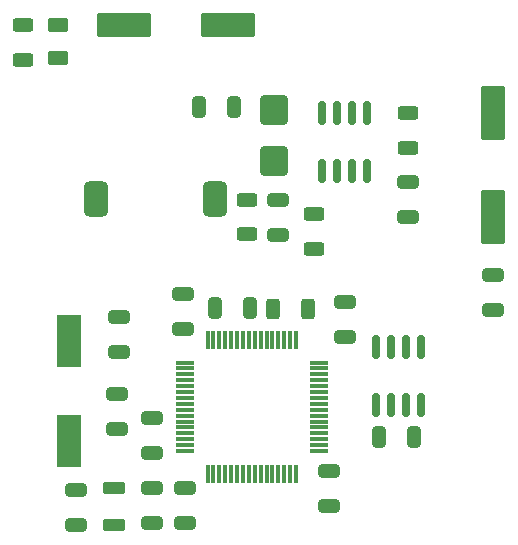
<source format=gbr>
%TF.GenerationSoftware,KiCad,Pcbnew,8.0.1*%
%TF.CreationDate,2025-05-19T10:21:45+02:00*%
%TF.ProjectId,stm32f103 board,73746d33-3266-4313-9033-20626f617264,rev?*%
%TF.SameCoordinates,Original*%
%TF.FileFunction,Paste,Top*%
%TF.FilePolarity,Positive*%
%FSLAX46Y46*%
G04 Gerber Fmt 4.6, Leading zero omitted, Abs format (unit mm)*
G04 Created by KiCad (PCBNEW 8.0.1) date 2025-05-19 10:21:45*
%MOMM*%
%LPD*%
G01*
G04 APERTURE LIST*
G04 Aperture macros list*
%AMRoundRect*
0 Rectangle with rounded corners*
0 $1 Rounding radius*
0 $2 $3 $4 $5 $6 $7 $8 $9 X,Y pos of 4 corners*
0 Add a 4 corners polygon primitive as box body*
4,1,4,$2,$3,$4,$5,$6,$7,$8,$9,$2,$3,0*
0 Add four circle primitives for the rounded corners*
1,1,$1+$1,$2,$3*
1,1,$1+$1,$4,$5*
1,1,$1+$1,$6,$7*
1,1,$1+$1,$8,$9*
0 Add four rect primitives between the rounded corners*
20,1,$1+$1,$2,$3,$4,$5,0*
20,1,$1+$1,$4,$5,$6,$7,0*
20,1,$1+$1,$6,$7,$8,$9,0*
20,1,$1+$1,$8,$9,$2,$3,0*%
G04 Aperture macros list end*
%ADD10RoundRect,0.250000X-0.312500X-0.625000X0.312500X-0.625000X0.312500X0.625000X-0.312500X0.625000X0*%
%ADD11RoundRect,0.250000X0.650000X-0.325000X0.650000X0.325000X-0.650000X0.325000X-0.650000X-0.325000X0*%
%ADD12RoundRect,0.250000X0.325000X0.650000X-0.325000X0.650000X-0.325000X-0.650000X0.325000X-0.650000X0*%
%ADD13RoundRect,0.250000X-0.650000X0.325000X-0.650000X-0.325000X0.650000X-0.325000X0.650000X0.325000X0*%
%ADD14RoundRect,0.250000X0.900000X-1.000000X0.900000X1.000000X-0.900000X1.000000X-0.900000X-1.000000X0*%
%ADD15RoundRect,0.250001X0.799999X-2.049999X0.799999X2.049999X-0.799999X2.049999X-0.799999X-2.049999X0*%
%ADD16RoundRect,0.250001X-2.049999X-0.799999X2.049999X-0.799999X2.049999X0.799999X-2.049999X0.799999X0*%
%ADD17RoundRect,0.525000X0.525000X0.975000X-0.525000X0.975000X-0.525000X-0.975000X0.525000X-0.975000X0*%
%ADD18RoundRect,0.075000X-0.700000X-0.075000X0.700000X-0.075000X0.700000X0.075000X-0.700000X0.075000X0*%
%ADD19RoundRect,0.075000X-0.075000X-0.700000X0.075000X-0.700000X0.075000X0.700000X-0.075000X0.700000X0*%
%ADD20RoundRect,0.250000X-0.625000X0.312500X-0.625000X-0.312500X0.625000X-0.312500X0.625000X0.312500X0*%
%ADD21RoundRect,0.250000X-0.325000X-0.650000X0.325000X-0.650000X0.325000X0.650000X-0.325000X0.650000X0*%
%ADD22RoundRect,0.250000X0.625000X-0.375000X0.625000X0.375000X-0.625000X0.375000X-0.625000X-0.375000X0*%
%ADD23RoundRect,0.250000X0.625000X-0.312500X0.625000X0.312500X-0.625000X0.312500X-0.625000X-0.312500X0*%
%ADD24R,2.000000X4.500000*%
%ADD25RoundRect,0.250000X0.700000X-0.275000X0.700000X0.275000X-0.700000X0.275000X-0.700000X-0.275000X0*%
%ADD26RoundRect,0.150000X0.150000X-0.825000X0.150000X0.825000X-0.150000X0.825000X-0.150000X-0.825000X0*%
G04 APERTURE END LIST*
D10*
%TO.C,R5*%
X116775000Y-106280000D03*
X119700000Y-106280000D03*
%TD*%
D11*
%TO.C,C17*%
X109140000Y-107950000D03*
X109140000Y-105000000D03*
%TD*%
D12*
%TO.C,C16*%
X128675000Y-117100000D03*
X125725000Y-117100000D03*
%TD*%
D11*
%TO.C,C14*%
X103670000Y-109950000D03*
X103670000Y-107000000D03*
%TD*%
%TO.C,C6*%
X117200000Y-97075000D03*
X117200000Y-100025000D03*
%TD*%
D13*
%TO.C,C9*%
X122850000Y-105675000D03*
X122850000Y-108625000D03*
%TD*%
D14*
%TO.C,D3*%
X116800000Y-93725000D03*
X116800000Y-89425000D03*
%TD*%
D15*
%TO.C,C1*%
X135400000Y-89700000D03*
X135400000Y-98500000D03*
%TD*%
D16*
%TO.C,C4*%
X104150000Y-82250000D03*
X112950000Y-82250000D03*
%TD*%
D17*
%TO.C,L1*%
X111850000Y-96950000D03*
X101750000Y-96950000D03*
%TD*%
D11*
%TO.C,C8*%
X109275000Y-124375000D03*
X109275000Y-121425000D03*
%TD*%
D13*
%TO.C,C15*%
X103500000Y-113500000D03*
X103500000Y-116450000D03*
%TD*%
D18*
%TO.C,U1*%
X109275000Y-110825000D03*
X109275000Y-111325000D03*
X109275000Y-111825000D03*
X109275000Y-112325000D03*
X109275000Y-112825000D03*
X109275000Y-113325000D03*
X109275000Y-113825000D03*
X109275000Y-114325000D03*
X109275000Y-114825000D03*
X109275000Y-115325000D03*
X109275000Y-115825000D03*
X109275000Y-116325000D03*
X109275000Y-116825000D03*
X109275000Y-117325000D03*
X109275000Y-117825000D03*
X109275000Y-118325000D03*
D19*
X111200000Y-120250000D03*
X111700000Y-120250000D03*
X112200000Y-120250000D03*
X112700000Y-120250000D03*
X113200000Y-120250000D03*
X113700000Y-120250000D03*
X114200000Y-120250000D03*
X114700000Y-120250000D03*
X115200000Y-120250000D03*
X115700000Y-120250000D03*
X116200000Y-120250000D03*
X116700000Y-120250000D03*
X117200000Y-120250000D03*
X117700000Y-120250000D03*
X118200000Y-120250000D03*
X118700000Y-120250000D03*
D18*
X120625000Y-118325000D03*
X120625000Y-117825000D03*
X120625000Y-117325000D03*
X120625000Y-116825000D03*
X120625000Y-116325000D03*
X120625000Y-115825000D03*
X120625000Y-115325000D03*
X120625000Y-114825000D03*
X120625000Y-114325000D03*
X120625000Y-113825000D03*
X120625000Y-113325000D03*
X120625000Y-112825000D03*
X120625000Y-112325000D03*
X120625000Y-111825000D03*
X120625000Y-111325000D03*
X120625000Y-110825000D03*
D19*
X118700000Y-108900000D03*
X118200000Y-108900000D03*
X117700000Y-108900000D03*
X117200000Y-108900000D03*
X116700000Y-108900000D03*
X116200000Y-108900000D03*
X115700000Y-108900000D03*
X115200000Y-108900000D03*
X114700000Y-108900000D03*
X114200000Y-108900000D03*
X113700000Y-108900000D03*
X113200000Y-108900000D03*
X112700000Y-108900000D03*
X112200000Y-108900000D03*
X111700000Y-108900000D03*
X111200000Y-108900000D03*
%TD*%
D11*
%TO.C,C13*%
X106500000Y-118450000D03*
X106500000Y-115500000D03*
%TD*%
D20*
%TO.C,R3*%
X120250000Y-101182500D03*
X120250000Y-98257500D03*
%TD*%
D21*
%TO.C,C5*%
X110475000Y-89200000D03*
X113425000Y-89200000D03*
%TD*%
D11*
%TO.C,C7*%
X100100000Y-124600000D03*
X100100000Y-121650000D03*
%TD*%
D22*
%TO.C,D2*%
X98550000Y-85050000D03*
X98550000Y-82250000D03*
%TD*%
D23*
%TO.C,R4*%
X95550000Y-85175000D03*
X95550000Y-82250000D03*
%TD*%
D21*
%TO.C,C11*%
X111875000Y-106250000D03*
X114825000Y-106250000D03*
%TD*%
D24*
%TO.C,Y1*%
X99500000Y-109000000D03*
X99500000Y-117500000D03*
%TD*%
D13*
%TO.C,C12*%
X106500000Y-121450000D03*
X106500000Y-124400000D03*
%TD*%
D25*
%TO.C,L2*%
X103300000Y-124600000D03*
X103300000Y-121450000D03*
%TD*%
D23*
%TO.C,R2*%
X114540000Y-97057500D03*
X114540000Y-99982500D03*
%TD*%
D13*
%TO.C,C10*%
X121500000Y-120000000D03*
X121500000Y-122950000D03*
%TD*%
%TO.C,C2*%
X135400000Y-103400000D03*
X135400000Y-106350000D03*
%TD*%
D11*
%TO.C,C3*%
X128200000Y-98500000D03*
X128200000Y-95550000D03*
%TD*%
D26*
%TO.C,U3*%
X125460000Y-114450000D03*
X126730000Y-114450000D03*
X128000000Y-114450000D03*
X129270000Y-114450000D03*
X129270000Y-109500000D03*
X128000000Y-109500000D03*
X126730000Y-109500000D03*
X125460000Y-109500000D03*
%TD*%
D23*
%TO.C,R1*%
X128200000Y-92625000D03*
X128200000Y-89700000D03*
%TD*%
D26*
%TO.C,U2*%
X120890000Y-94650000D03*
X122160000Y-94650000D03*
X123430000Y-94650000D03*
X124700000Y-94650000D03*
X124700000Y-89700000D03*
X123430000Y-89700000D03*
X122160000Y-89700000D03*
X120890000Y-89700000D03*
%TD*%
M02*

</source>
